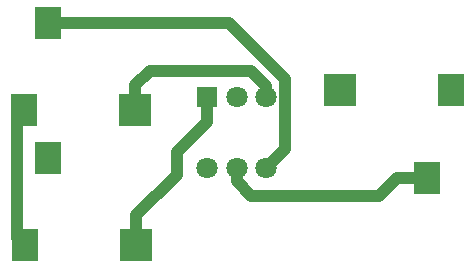
<source format=gbr>
%TF.GenerationSoftware,KiCad,Pcbnew,8.0.8*%
%TF.CreationDate,2025-03-16T01:19:43+08:00*%
%TF.ProjectId,TwoWayAudioSwitch-V1,54776f57-6179-4417-9564-696f53776974,rev?*%
%TF.SameCoordinates,Original*%
%TF.FileFunction,Copper,L1,Top*%
%TF.FilePolarity,Positive*%
%FSLAX46Y46*%
G04 Gerber Fmt 4.6, Leading zero omitted, Abs format (unit mm)*
G04 Created by KiCad (PCBNEW 8.0.8) date 2025-03-16 01:19:43*
%MOMM*%
%LPD*%
G01*
G04 APERTURE LIST*
%TA.AperFunction,ComponentPad*%
%ADD10R,1.800000X1.800000*%
%TD*%
%TA.AperFunction,ComponentPad*%
%ADD11C,1.800000*%
%TD*%
%TA.AperFunction,SMDPad,CuDef*%
%ADD12R,2.800000X2.800000*%
%TD*%
%TA.AperFunction,SMDPad,CuDef*%
%ADD13R,2.200000X2.800000*%
%TD*%
%TA.AperFunction,ViaPad*%
%ADD14C,0.600000*%
%TD*%
%TA.AperFunction,Conductor*%
%ADD15C,1.000000*%
%TD*%
G04 APERTURE END LIST*
D10*
%TO.P,SW2,1,A*%
%TO.N,Net-(J2-PadT)*%
X128172200Y-72136000D03*
D11*
%TO.P,SW2,2,B*%
%TO.N,Net-(J3-PadT)*%
X130672200Y-72136000D03*
%TO.P,SW2,3,C*%
%TO.N,Net-(J1-PadT)*%
X133172200Y-72136000D03*
%TO.P,SW2,4,A*%
%TO.N,Net-(J2-PadR)*%
X128172200Y-78136000D03*
%TO.P,SW2,5,B*%
%TO.N,Net-(J3-PadR)*%
X130672200Y-78136000D03*
%TO.P,SW2,6,C*%
%TO.N,Net-(J1-PadR)*%
X133172200Y-78136000D03*
%TD*%
D12*
%TO.P,J3,T*%
%TO.N,Net-(J3-PadT)*%
X139411800Y-71585600D03*
D13*
%TO.P,J3,S*%
%TO.N,Net-(J1-PadS)*%
X148811800Y-71585600D03*
%TO.P,J3,R*%
%TO.N,Net-(J3-PadR)*%
X146811800Y-78985600D03*
%TD*%
D12*
%TO.P,J2,T*%
%TO.N,Net-(J2-PadT)*%
X122127800Y-84700600D03*
D13*
%TO.P,J2,S*%
%TO.N,Net-(J1-PadS)*%
X112727800Y-84700600D03*
%TO.P,J2,R*%
%TO.N,Net-(J2-PadR)*%
X114727800Y-77300600D03*
%TD*%
D12*
%TO.P,J1,T*%
%TO.N,Net-(J1-PadT)*%
X122097800Y-73279000D03*
D13*
%TO.P,J1,S*%
%TO.N,Net-(J1-PadS)*%
X112697800Y-73279000D03*
%TO.P,J1,R*%
%TO.N,Net-(J1-PadR)*%
X114697800Y-65879000D03*
%TD*%
D14*
%TO.N,Net-(J1-PadS)*%
X148811800Y-71585600D03*
X112697800Y-73279000D03*
%TO.N,Net-(J3-PadT)*%
X139420600Y-71577200D03*
%TO.N,Net-(J2-PadR)*%
X114731800Y-77292200D03*
%TD*%
D15*
%TO.N,Net-(J1-PadT)*%
X122097800Y-71170800D02*
X122097800Y-73279000D01*
X133172200Y-71272400D02*
X131851400Y-69951600D01*
X123317000Y-69951600D02*
X122097800Y-71170800D01*
X133172200Y-72136000D02*
X133172200Y-71272400D01*
X131851400Y-69951600D02*
X123317000Y-69951600D01*
%TO.N,Net-(J3-PadR)*%
X142722600Y-80543400D02*
X144280400Y-78985600D01*
X131902200Y-80543400D02*
X142722600Y-80543400D01*
X144280400Y-78985600D02*
X146811800Y-78985600D01*
X130672200Y-79313400D02*
X131902200Y-80543400D01*
X130672200Y-78136000D02*
X130672200Y-79313400D01*
%TO.N,Net-(J3-PadT)*%
X139412200Y-71585600D02*
X139420600Y-71577200D01*
X139411800Y-71585600D02*
X139412200Y-71585600D01*
%TO.N,Net-(J2-PadT)*%
X125577600Y-76860400D02*
X128172200Y-74265800D01*
X128172200Y-74265800D02*
X128172200Y-72136000D01*
X125577600Y-78740000D02*
X125577600Y-76860400D01*
X122127800Y-82189800D02*
X125577600Y-78740000D01*
X122127800Y-84700600D02*
X122127800Y-82189800D01*
%TO.N,Net-(J2-PadR)*%
X114727800Y-77296200D02*
X114731800Y-77292200D01*
X114727800Y-77300600D02*
X114727800Y-77296200D01*
%TO.N,Net-(J1-PadR)*%
X129988600Y-65879000D02*
X114697800Y-65879000D01*
X134772200Y-76536000D02*
X134772200Y-70662600D01*
X133172200Y-78136000D02*
X134772200Y-76536000D01*
X134772200Y-70662600D02*
X129988600Y-65879000D01*
%TO.N,Net-(J1-PadS)*%
X112090200Y-84063000D02*
X112727800Y-84700600D01*
X112090200Y-73886600D02*
X112090200Y-84063000D01*
X112697800Y-73279000D02*
X112090200Y-73886600D01*
%TD*%
M02*

</source>
